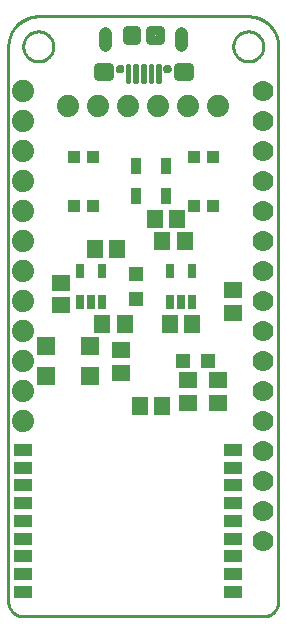
<source format=gts>
G75*
%MOIN*%
%OFA0B0*%
%FSLAX25Y25*%
%IPPOS*%
%LPD*%
%AMOC8*
5,1,8,0,0,1.08239X$1,22.5*
%
%ADD10C,0.01000*%
%ADD11R,0.06246X0.03943*%
%ADD12C,0.07400*%
%ADD13R,0.05282X0.06306*%
%ADD14R,0.02565X0.05124*%
%ADD15R,0.06306X0.05282*%
%ADD16R,0.03550X0.05715*%
%ADD17R,0.05912X0.05912*%
%ADD18R,0.04337X0.03943*%
%ADD19R,0.05124X0.05124*%
%ADD20C,0.04400*%
%ADD21C,0.00950*%
%ADD22C,0.02950*%
%ADD23C,0.03153*%
%ADD24C,0.00000*%
%ADD25C,0.02900*%
%ADD26C,0.07000*%
D10*
X0006800Y0021144D02*
X0086800Y0021144D01*
X0086940Y0021146D01*
X0087080Y0021152D01*
X0087220Y0021162D01*
X0087360Y0021175D01*
X0087499Y0021193D01*
X0087638Y0021215D01*
X0087775Y0021240D01*
X0087913Y0021269D01*
X0088049Y0021302D01*
X0088184Y0021339D01*
X0088318Y0021380D01*
X0088451Y0021425D01*
X0088583Y0021473D01*
X0088713Y0021525D01*
X0088842Y0021580D01*
X0088969Y0021639D01*
X0089095Y0021702D01*
X0089219Y0021768D01*
X0089340Y0021837D01*
X0089460Y0021910D01*
X0089578Y0021987D01*
X0089693Y0022066D01*
X0089807Y0022149D01*
X0089917Y0022235D01*
X0090026Y0022324D01*
X0090132Y0022416D01*
X0090235Y0022511D01*
X0090336Y0022608D01*
X0090433Y0022709D01*
X0090528Y0022812D01*
X0090620Y0022918D01*
X0090709Y0023027D01*
X0090795Y0023137D01*
X0090878Y0023251D01*
X0090957Y0023366D01*
X0091034Y0023484D01*
X0091107Y0023604D01*
X0091176Y0023725D01*
X0091242Y0023849D01*
X0091305Y0023975D01*
X0091364Y0024102D01*
X0091419Y0024231D01*
X0091471Y0024361D01*
X0091519Y0024493D01*
X0091564Y0024626D01*
X0091605Y0024760D01*
X0091642Y0024895D01*
X0091675Y0025031D01*
X0091704Y0025169D01*
X0091729Y0025306D01*
X0091751Y0025445D01*
X0091769Y0025584D01*
X0091782Y0025724D01*
X0091792Y0025864D01*
X0091798Y0026004D01*
X0091800Y0026144D01*
X0091800Y0211144D01*
X0076800Y0211144D02*
X0076802Y0211285D01*
X0076808Y0211426D01*
X0076818Y0211566D01*
X0076832Y0211706D01*
X0076850Y0211846D01*
X0076871Y0211985D01*
X0076897Y0212124D01*
X0076926Y0212262D01*
X0076960Y0212398D01*
X0076997Y0212534D01*
X0077038Y0212669D01*
X0077083Y0212803D01*
X0077132Y0212935D01*
X0077184Y0213066D01*
X0077240Y0213195D01*
X0077300Y0213322D01*
X0077363Y0213448D01*
X0077429Y0213572D01*
X0077500Y0213695D01*
X0077573Y0213815D01*
X0077650Y0213933D01*
X0077730Y0214049D01*
X0077814Y0214162D01*
X0077900Y0214273D01*
X0077990Y0214382D01*
X0078083Y0214488D01*
X0078178Y0214591D01*
X0078277Y0214692D01*
X0078378Y0214790D01*
X0078482Y0214885D01*
X0078589Y0214977D01*
X0078698Y0215066D01*
X0078810Y0215151D01*
X0078924Y0215234D01*
X0079040Y0215314D01*
X0079159Y0215390D01*
X0079280Y0215462D01*
X0079402Y0215532D01*
X0079527Y0215597D01*
X0079653Y0215660D01*
X0079781Y0215718D01*
X0079911Y0215773D01*
X0080042Y0215825D01*
X0080175Y0215872D01*
X0080309Y0215916D01*
X0080444Y0215957D01*
X0080580Y0215993D01*
X0080717Y0216025D01*
X0080855Y0216054D01*
X0080993Y0216079D01*
X0081133Y0216099D01*
X0081273Y0216116D01*
X0081413Y0216129D01*
X0081554Y0216138D01*
X0081694Y0216143D01*
X0081835Y0216144D01*
X0081976Y0216141D01*
X0082117Y0216134D01*
X0082257Y0216123D01*
X0082397Y0216108D01*
X0082537Y0216089D01*
X0082676Y0216067D01*
X0082814Y0216040D01*
X0082952Y0216010D01*
X0083088Y0215975D01*
X0083224Y0215937D01*
X0083358Y0215895D01*
X0083492Y0215849D01*
X0083624Y0215800D01*
X0083754Y0215746D01*
X0083883Y0215689D01*
X0084010Y0215629D01*
X0084136Y0215565D01*
X0084259Y0215497D01*
X0084381Y0215426D01*
X0084501Y0215352D01*
X0084618Y0215274D01*
X0084733Y0215193D01*
X0084846Y0215109D01*
X0084957Y0215022D01*
X0085065Y0214931D01*
X0085170Y0214838D01*
X0085273Y0214741D01*
X0085373Y0214642D01*
X0085470Y0214540D01*
X0085564Y0214435D01*
X0085655Y0214328D01*
X0085743Y0214218D01*
X0085828Y0214106D01*
X0085910Y0213991D01*
X0085989Y0213874D01*
X0086064Y0213755D01*
X0086136Y0213634D01*
X0086204Y0213511D01*
X0086269Y0213386D01*
X0086331Y0213259D01*
X0086388Y0213130D01*
X0086443Y0213000D01*
X0086493Y0212869D01*
X0086540Y0212736D01*
X0086583Y0212602D01*
X0086622Y0212466D01*
X0086657Y0212330D01*
X0086689Y0212193D01*
X0086716Y0212055D01*
X0086740Y0211916D01*
X0086760Y0211776D01*
X0086776Y0211636D01*
X0086788Y0211496D01*
X0086796Y0211355D01*
X0086800Y0211214D01*
X0086800Y0211074D01*
X0086796Y0210933D01*
X0086788Y0210792D01*
X0086776Y0210652D01*
X0086760Y0210512D01*
X0086740Y0210372D01*
X0086716Y0210233D01*
X0086689Y0210095D01*
X0086657Y0209958D01*
X0086622Y0209822D01*
X0086583Y0209686D01*
X0086540Y0209552D01*
X0086493Y0209419D01*
X0086443Y0209288D01*
X0086388Y0209158D01*
X0086331Y0209029D01*
X0086269Y0208902D01*
X0086204Y0208777D01*
X0086136Y0208654D01*
X0086064Y0208533D01*
X0085989Y0208414D01*
X0085910Y0208297D01*
X0085828Y0208182D01*
X0085743Y0208070D01*
X0085655Y0207960D01*
X0085564Y0207853D01*
X0085470Y0207748D01*
X0085373Y0207646D01*
X0085273Y0207547D01*
X0085170Y0207450D01*
X0085065Y0207357D01*
X0084957Y0207266D01*
X0084846Y0207179D01*
X0084733Y0207095D01*
X0084618Y0207014D01*
X0084501Y0206936D01*
X0084381Y0206862D01*
X0084259Y0206791D01*
X0084136Y0206723D01*
X0084010Y0206659D01*
X0083883Y0206599D01*
X0083754Y0206542D01*
X0083624Y0206488D01*
X0083492Y0206439D01*
X0083358Y0206393D01*
X0083224Y0206351D01*
X0083088Y0206313D01*
X0082952Y0206278D01*
X0082814Y0206248D01*
X0082676Y0206221D01*
X0082537Y0206199D01*
X0082397Y0206180D01*
X0082257Y0206165D01*
X0082117Y0206154D01*
X0081976Y0206147D01*
X0081835Y0206144D01*
X0081694Y0206145D01*
X0081554Y0206150D01*
X0081413Y0206159D01*
X0081273Y0206172D01*
X0081133Y0206189D01*
X0080993Y0206209D01*
X0080855Y0206234D01*
X0080717Y0206263D01*
X0080580Y0206295D01*
X0080444Y0206331D01*
X0080309Y0206372D01*
X0080175Y0206416D01*
X0080042Y0206463D01*
X0079911Y0206515D01*
X0079781Y0206570D01*
X0079653Y0206628D01*
X0079527Y0206691D01*
X0079402Y0206756D01*
X0079280Y0206826D01*
X0079159Y0206898D01*
X0079040Y0206974D01*
X0078924Y0207054D01*
X0078810Y0207137D01*
X0078698Y0207222D01*
X0078589Y0207311D01*
X0078482Y0207403D01*
X0078378Y0207498D01*
X0078277Y0207596D01*
X0078178Y0207697D01*
X0078083Y0207800D01*
X0077990Y0207906D01*
X0077900Y0208015D01*
X0077814Y0208126D01*
X0077730Y0208239D01*
X0077650Y0208355D01*
X0077573Y0208473D01*
X0077500Y0208593D01*
X0077429Y0208716D01*
X0077363Y0208840D01*
X0077300Y0208966D01*
X0077240Y0209093D01*
X0077184Y0209222D01*
X0077132Y0209353D01*
X0077083Y0209485D01*
X0077038Y0209619D01*
X0076997Y0209754D01*
X0076960Y0209890D01*
X0076926Y0210026D01*
X0076897Y0210164D01*
X0076871Y0210303D01*
X0076850Y0210442D01*
X0076832Y0210582D01*
X0076818Y0210722D01*
X0076808Y0210862D01*
X0076802Y0211003D01*
X0076800Y0211144D01*
X0081800Y0221144D02*
X0082042Y0221141D01*
X0082283Y0221132D01*
X0082524Y0221118D01*
X0082765Y0221097D01*
X0083005Y0221071D01*
X0083245Y0221039D01*
X0083484Y0221001D01*
X0083721Y0220958D01*
X0083958Y0220908D01*
X0084193Y0220853D01*
X0084427Y0220793D01*
X0084659Y0220726D01*
X0084890Y0220655D01*
X0085119Y0220577D01*
X0085346Y0220494D01*
X0085571Y0220406D01*
X0085794Y0220312D01*
X0086014Y0220213D01*
X0086232Y0220108D01*
X0086447Y0219999D01*
X0086660Y0219884D01*
X0086870Y0219764D01*
X0087076Y0219639D01*
X0087280Y0219509D01*
X0087481Y0219374D01*
X0087678Y0219234D01*
X0087872Y0219090D01*
X0088062Y0218941D01*
X0088248Y0218787D01*
X0088431Y0218629D01*
X0088610Y0218467D01*
X0088785Y0218300D01*
X0088956Y0218129D01*
X0089123Y0217954D01*
X0089285Y0217775D01*
X0089443Y0217592D01*
X0089597Y0217406D01*
X0089746Y0217216D01*
X0089890Y0217022D01*
X0090030Y0216825D01*
X0090165Y0216624D01*
X0090295Y0216420D01*
X0090420Y0216214D01*
X0090540Y0216004D01*
X0090655Y0215791D01*
X0090764Y0215576D01*
X0090869Y0215358D01*
X0090968Y0215138D01*
X0091062Y0214915D01*
X0091150Y0214690D01*
X0091233Y0214463D01*
X0091311Y0214234D01*
X0091382Y0214003D01*
X0091449Y0213771D01*
X0091509Y0213537D01*
X0091564Y0213302D01*
X0091614Y0213065D01*
X0091657Y0212828D01*
X0091695Y0212589D01*
X0091727Y0212349D01*
X0091753Y0212109D01*
X0091774Y0211868D01*
X0091788Y0211627D01*
X0091797Y0211386D01*
X0091800Y0211144D01*
X0081800Y0221144D02*
X0011800Y0221144D01*
X0006800Y0211144D02*
X0006802Y0211285D01*
X0006808Y0211426D01*
X0006818Y0211566D01*
X0006832Y0211706D01*
X0006850Y0211846D01*
X0006871Y0211985D01*
X0006897Y0212124D01*
X0006926Y0212262D01*
X0006960Y0212398D01*
X0006997Y0212534D01*
X0007038Y0212669D01*
X0007083Y0212803D01*
X0007132Y0212935D01*
X0007184Y0213066D01*
X0007240Y0213195D01*
X0007300Y0213322D01*
X0007363Y0213448D01*
X0007429Y0213572D01*
X0007500Y0213695D01*
X0007573Y0213815D01*
X0007650Y0213933D01*
X0007730Y0214049D01*
X0007814Y0214162D01*
X0007900Y0214273D01*
X0007990Y0214382D01*
X0008083Y0214488D01*
X0008178Y0214591D01*
X0008277Y0214692D01*
X0008378Y0214790D01*
X0008482Y0214885D01*
X0008589Y0214977D01*
X0008698Y0215066D01*
X0008810Y0215151D01*
X0008924Y0215234D01*
X0009040Y0215314D01*
X0009159Y0215390D01*
X0009280Y0215462D01*
X0009402Y0215532D01*
X0009527Y0215597D01*
X0009653Y0215660D01*
X0009781Y0215718D01*
X0009911Y0215773D01*
X0010042Y0215825D01*
X0010175Y0215872D01*
X0010309Y0215916D01*
X0010444Y0215957D01*
X0010580Y0215993D01*
X0010717Y0216025D01*
X0010855Y0216054D01*
X0010993Y0216079D01*
X0011133Y0216099D01*
X0011273Y0216116D01*
X0011413Y0216129D01*
X0011554Y0216138D01*
X0011694Y0216143D01*
X0011835Y0216144D01*
X0011976Y0216141D01*
X0012117Y0216134D01*
X0012257Y0216123D01*
X0012397Y0216108D01*
X0012537Y0216089D01*
X0012676Y0216067D01*
X0012814Y0216040D01*
X0012952Y0216010D01*
X0013088Y0215975D01*
X0013224Y0215937D01*
X0013358Y0215895D01*
X0013492Y0215849D01*
X0013624Y0215800D01*
X0013754Y0215746D01*
X0013883Y0215689D01*
X0014010Y0215629D01*
X0014136Y0215565D01*
X0014259Y0215497D01*
X0014381Y0215426D01*
X0014501Y0215352D01*
X0014618Y0215274D01*
X0014733Y0215193D01*
X0014846Y0215109D01*
X0014957Y0215022D01*
X0015065Y0214931D01*
X0015170Y0214838D01*
X0015273Y0214741D01*
X0015373Y0214642D01*
X0015470Y0214540D01*
X0015564Y0214435D01*
X0015655Y0214328D01*
X0015743Y0214218D01*
X0015828Y0214106D01*
X0015910Y0213991D01*
X0015989Y0213874D01*
X0016064Y0213755D01*
X0016136Y0213634D01*
X0016204Y0213511D01*
X0016269Y0213386D01*
X0016331Y0213259D01*
X0016388Y0213130D01*
X0016443Y0213000D01*
X0016493Y0212869D01*
X0016540Y0212736D01*
X0016583Y0212602D01*
X0016622Y0212466D01*
X0016657Y0212330D01*
X0016689Y0212193D01*
X0016716Y0212055D01*
X0016740Y0211916D01*
X0016760Y0211776D01*
X0016776Y0211636D01*
X0016788Y0211496D01*
X0016796Y0211355D01*
X0016800Y0211214D01*
X0016800Y0211074D01*
X0016796Y0210933D01*
X0016788Y0210792D01*
X0016776Y0210652D01*
X0016760Y0210512D01*
X0016740Y0210372D01*
X0016716Y0210233D01*
X0016689Y0210095D01*
X0016657Y0209958D01*
X0016622Y0209822D01*
X0016583Y0209686D01*
X0016540Y0209552D01*
X0016493Y0209419D01*
X0016443Y0209288D01*
X0016388Y0209158D01*
X0016331Y0209029D01*
X0016269Y0208902D01*
X0016204Y0208777D01*
X0016136Y0208654D01*
X0016064Y0208533D01*
X0015989Y0208414D01*
X0015910Y0208297D01*
X0015828Y0208182D01*
X0015743Y0208070D01*
X0015655Y0207960D01*
X0015564Y0207853D01*
X0015470Y0207748D01*
X0015373Y0207646D01*
X0015273Y0207547D01*
X0015170Y0207450D01*
X0015065Y0207357D01*
X0014957Y0207266D01*
X0014846Y0207179D01*
X0014733Y0207095D01*
X0014618Y0207014D01*
X0014501Y0206936D01*
X0014381Y0206862D01*
X0014259Y0206791D01*
X0014136Y0206723D01*
X0014010Y0206659D01*
X0013883Y0206599D01*
X0013754Y0206542D01*
X0013624Y0206488D01*
X0013492Y0206439D01*
X0013358Y0206393D01*
X0013224Y0206351D01*
X0013088Y0206313D01*
X0012952Y0206278D01*
X0012814Y0206248D01*
X0012676Y0206221D01*
X0012537Y0206199D01*
X0012397Y0206180D01*
X0012257Y0206165D01*
X0012117Y0206154D01*
X0011976Y0206147D01*
X0011835Y0206144D01*
X0011694Y0206145D01*
X0011554Y0206150D01*
X0011413Y0206159D01*
X0011273Y0206172D01*
X0011133Y0206189D01*
X0010993Y0206209D01*
X0010855Y0206234D01*
X0010717Y0206263D01*
X0010580Y0206295D01*
X0010444Y0206331D01*
X0010309Y0206372D01*
X0010175Y0206416D01*
X0010042Y0206463D01*
X0009911Y0206515D01*
X0009781Y0206570D01*
X0009653Y0206628D01*
X0009527Y0206691D01*
X0009402Y0206756D01*
X0009280Y0206826D01*
X0009159Y0206898D01*
X0009040Y0206974D01*
X0008924Y0207054D01*
X0008810Y0207137D01*
X0008698Y0207222D01*
X0008589Y0207311D01*
X0008482Y0207403D01*
X0008378Y0207498D01*
X0008277Y0207596D01*
X0008178Y0207697D01*
X0008083Y0207800D01*
X0007990Y0207906D01*
X0007900Y0208015D01*
X0007814Y0208126D01*
X0007730Y0208239D01*
X0007650Y0208355D01*
X0007573Y0208473D01*
X0007500Y0208593D01*
X0007429Y0208716D01*
X0007363Y0208840D01*
X0007300Y0208966D01*
X0007240Y0209093D01*
X0007184Y0209222D01*
X0007132Y0209353D01*
X0007083Y0209485D01*
X0007038Y0209619D01*
X0006997Y0209754D01*
X0006960Y0209890D01*
X0006926Y0210026D01*
X0006897Y0210164D01*
X0006871Y0210303D01*
X0006850Y0210442D01*
X0006832Y0210582D01*
X0006818Y0210722D01*
X0006808Y0210862D01*
X0006802Y0211003D01*
X0006800Y0211144D01*
X0001800Y0211144D02*
X0001803Y0211386D01*
X0001812Y0211627D01*
X0001826Y0211868D01*
X0001847Y0212109D01*
X0001873Y0212349D01*
X0001905Y0212589D01*
X0001943Y0212828D01*
X0001986Y0213065D01*
X0002036Y0213302D01*
X0002091Y0213537D01*
X0002151Y0213771D01*
X0002218Y0214003D01*
X0002289Y0214234D01*
X0002367Y0214463D01*
X0002450Y0214690D01*
X0002538Y0214915D01*
X0002632Y0215138D01*
X0002731Y0215358D01*
X0002836Y0215576D01*
X0002945Y0215791D01*
X0003060Y0216004D01*
X0003180Y0216214D01*
X0003305Y0216420D01*
X0003435Y0216624D01*
X0003570Y0216825D01*
X0003710Y0217022D01*
X0003854Y0217216D01*
X0004003Y0217406D01*
X0004157Y0217592D01*
X0004315Y0217775D01*
X0004477Y0217954D01*
X0004644Y0218129D01*
X0004815Y0218300D01*
X0004990Y0218467D01*
X0005169Y0218629D01*
X0005352Y0218787D01*
X0005538Y0218941D01*
X0005728Y0219090D01*
X0005922Y0219234D01*
X0006119Y0219374D01*
X0006320Y0219509D01*
X0006524Y0219639D01*
X0006730Y0219764D01*
X0006940Y0219884D01*
X0007153Y0219999D01*
X0007368Y0220108D01*
X0007586Y0220213D01*
X0007806Y0220312D01*
X0008029Y0220406D01*
X0008254Y0220494D01*
X0008481Y0220577D01*
X0008710Y0220655D01*
X0008941Y0220726D01*
X0009173Y0220793D01*
X0009407Y0220853D01*
X0009642Y0220908D01*
X0009879Y0220958D01*
X0010116Y0221001D01*
X0010355Y0221039D01*
X0010595Y0221071D01*
X0010835Y0221097D01*
X0011076Y0221118D01*
X0011317Y0221132D01*
X0011558Y0221141D01*
X0011800Y0221144D01*
X0001800Y0211144D02*
X0001800Y0026144D01*
X0001802Y0026004D01*
X0001808Y0025864D01*
X0001818Y0025724D01*
X0001831Y0025584D01*
X0001849Y0025445D01*
X0001871Y0025306D01*
X0001896Y0025169D01*
X0001925Y0025031D01*
X0001958Y0024895D01*
X0001995Y0024760D01*
X0002036Y0024626D01*
X0002081Y0024493D01*
X0002129Y0024361D01*
X0002181Y0024231D01*
X0002236Y0024102D01*
X0002295Y0023975D01*
X0002358Y0023849D01*
X0002424Y0023725D01*
X0002493Y0023604D01*
X0002566Y0023484D01*
X0002643Y0023366D01*
X0002722Y0023251D01*
X0002805Y0023137D01*
X0002891Y0023027D01*
X0002980Y0022918D01*
X0003072Y0022812D01*
X0003167Y0022709D01*
X0003264Y0022608D01*
X0003365Y0022511D01*
X0003468Y0022416D01*
X0003574Y0022324D01*
X0003683Y0022235D01*
X0003793Y0022149D01*
X0003907Y0022066D01*
X0004022Y0021987D01*
X0004140Y0021910D01*
X0004260Y0021837D01*
X0004381Y0021768D01*
X0004505Y0021702D01*
X0004631Y0021639D01*
X0004758Y0021580D01*
X0004887Y0021525D01*
X0005017Y0021473D01*
X0005149Y0021425D01*
X0005282Y0021380D01*
X0005416Y0021339D01*
X0005551Y0021302D01*
X0005687Y0021269D01*
X0005825Y0021240D01*
X0005962Y0021215D01*
X0006101Y0021193D01*
X0006240Y0021175D01*
X0006380Y0021162D01*
X0006520Y0021152D01*
X0006660Y0021146D01*
X0006800Y0021144D01*
D11*
X0006790Y0029353D03*
X0006790Y0035258D03*
X0006790Y0041164D03*
X0006790Y0047069D03*
X0006790Y0052975D03*
X0006790Y0058880D03*
X0006790Y0064786D03*
X0006790Y0070691D03*
X0006790Y0076597D03*
X0076810Y0076597D03*
X0076810Y0070691D03*
X0076810Y0064786D03*
X0076810Y0058880D03*
X0076810Y0052975D03*
X0076810Y0047069D03*
X0076810Y0041164D03*
X0076810Y0035258D03*
X0076810Y0029353D03*
D12*
X0071800Y0191144D03*
X0061800Y0191144D03*
X0051800Y0191144D03*
X0041800Y0191144D03*
X0031800Y0191144D03*
X0021800Y0191144D03*
X0006800Y0186144D03*
X0006800Y0196144D03*
X0006800Y0176144D03*
X0006800Y0166144D03*
X0006800Y0156144D03*
X0006800Y0146144D03*
X0006800Y0136144D03*
X0006800Y0126144D03*
X0006800Y0116144D03*
X0006800Y0106144D03*
X0006800Y0096144D03*
X0006800Y0086144D03*
D13*
X0030560Y0143644D03*
X0038040Y0143644D03*
X0040540Y0118644D03*
X0033060Y0118644D03*
X0045560Y0091144D03*
X0053040Y0091144D03*
X0055560Y0118644D03*
X0063040Y0118644D03*
X0060540Y0146144D03*
X0058040Y0153644D03*
X0053060Y0146144D03*
X0050560Y0153644D03*
D14*
X0055560Y0136263D03*
X0055560Y0126026D03*
X0059300Y0126026D03*
X0063040Y0126026D03*
X0063040Y0136263D03*
X0033040Y0136263D03*
X0033040Y0126026D03*
X0029300Y0126026D03*
X0025560Y0126026D03*
X0025560Y0136263D03*
D15*
X0019300Y0132384D03*
X0019300Y0124904D03*
X0039300Y0109884D03*
X0039300Y0102404D03*
X0061800Y0099884D03*
X0061800Y0092404D03*
X0071800Y0092404D03*
X0071800Y0099884D03*
X0076800Y0122404D03*
X0076800Y0129884D03*
D16*
X0054300Y0161144D03*
X0054300Y0171144D03*
X0044300Y0171144D03*
X0044300Y0161144D03*
D17*
X0029083Y0111144D03*
X0029083Y0101144D03*
X0014517Y0101144D03*
X0014517Y0111144D03*
D18*
X0023650Y0158073D03*
X0029950Y0158073D03*
X0029950Y0174215D03*
X0023650Y0174215D03*
X0063650Y0174215D03*
X0069950Y0174215D03*
X0069950Y0158073D03*
X0063650Y0158073D03*
D19*
X0044300Y0135278D03*
X0044300Y0127010D03*
X0060166Y0106144D03*
X0068434Y0106144D03*
D20*
X0059500Y0211644D02*
X0059500Y0215644D01*
X0034100Y0215644D02*
X0034100Y0211644D01*
D21*
X0041207Y0199403D02*
X0042157Y0199403D01*
X0041207Y0199403D02*
X0041207Y0204853D01*
X0042157Y0204853D01*
X0042157Y0199403D01*
X0042157Y0200352D02*
X0041207Y0200352D01*
X0041207Y0201301D02*
X0042157Y0201301D01*
X0042157Y0202250D02*
X0041207Y0202250D01*
X0041207Y0203199D02*
X0042157Y0203199D01*
X0042157Y0204148D02*
X0041207Y0204148D01*
X0043766Y0199403D02*
X0044716Y0199403D01*
X0043766Y0199403D02*
X0043766Y0204853D01*
X0044716Y0204853D01*
X0044716Y0199403D01*
X0044716Y0200352D02*
X0043766Y0200352D01*
X0043766Y0201301D02*
X0044716Y0201301D01*
X0044716Y0202250D02*
X0043766Y0202250D01*
X0043766Y0203199D02*
X0044716Y0203199D01*
X0044716Y0204148D02*
X0043766Y0204148D01*
X0046325Y0199403D02*
X0047275Y0199403D01*
X0046325Y0199403D02*
X0046325Y0204853D01*
X0047275Y0204853D01*
X0047275Y0199403D01*
X0047275Y0200352D02*
X0046325Y0200352D01*
X0046325Y0201301D02*
X0047275Y0201301D01*
X0047275Y0202250D02*
X0046325Y0202250D01*
X0046325Y0203199D02*
X0047275Y0203199D01*
X0047275Y0204148D02*
X0046325Y0204148D01*
X0048884Y0199403D02*
X0049834Y0199403D01*
X0048884Y0199403D02*
X0048884Y0204853D01*
X0049834Y0204853D01*
X0049834Y0199403D01*
X0049834Y0200352D02*
X0048884Y0200352D01*
X0048884Y0201301D02*
X0049834Y0201301D01*
X0049834Y0202250D02*
X0048884Y0202250D01*
X0048884Y0203199D02*
X0049834Y0203199D01*
X0049834Y0204148D02*
X0048884Y0204148D01*
X0051443Y0199403D02*
X0052393Y0199403D01*
X0051443Y0199403D02*
X0051443Y0204853D01*
X0052393Y0204853D01*
X0052393Y0199403D01*
X0052393Y0200352D02*
X0051443Y0200352D01*
X0051443Y0201301D02*
X0052393Y0201301D01*
X0052393Y0202250D02*
X0051443Y0202250D01*
X0051443Y0203199D02*
X0052393Y0203199D01*
X0052393Y0204148D02*
X0051443Y0204148D01*
D22*
X0058312Y0204300D02*
X0058312Y0201350D01*
X0058312Y0204300D02*
X0062060Y0204300D01*
X0062060Y0201350D01*
X0058312Y0201350D01*
X0058312Y0204299D02*
X0062060Y0204299D01*
X0031540Y0204300D02*
X0031540Y0201350D01*
X0031540Y0204300D02*
X0035288Y0204300D01*
X0035288Y0201350D01*
X0031540Y0201350D01*
X0031540Y0204299D02*
X0035288Y0204299D01*
D23*
X0041286Y0216501D02*
X0044440Y0216501D01*
X0044440Y0213347D01*
X0041286Y0213347D01*
X0041286Y0216501D01*
X0041286Y0216499D02*
X0044440Y0216499D01*
X0049160Y0216501D02*
X0052314Y0216501D01*
X0052314Y0213347D01*
X0049160Y0213347D01*
X0049160Y0216501D01*
X0049160Y0216499D02*
X0052314Y0216499D01*
D24*
X0053424Y0203703D02*
X0053426Y0203773D01*
X0053432Y0203843D01*
X0053442Y0203912D01*
X0053455Y0203981D01*
X0053473Y0204049D01*
X0053494Y0204116D01*
X0053519Y0204181D01*
X0053548Y0204245D01*
X0053580Y0204308D01*
X0053616Y0204368D01*
X0053655Y0204426D01*
X0053697Y0204482D01*
X0053742Y0204536D01*
X0053790Y0204587D01*
X0053841Y0204635D01*
X0053895Y0204680D01*
X0053951Y0204722D01*
X0054009Y0204761D01*
X0054069Y0204797D01*
X0054132Y0204829D01*
X0054196Y0204858D01*
X0054261Y0204883D01*
X0054328Y0204904D01*
X0054396Y0204922D01*
X0054465Y0204935D01*
X0054534Y0204945D01*
X0054604Y0204951D01*
X0054674Y0204953D01*
X0054744Y0204951D01*
X0054814Y0204945D01*
X0054883Y0204935D01*
X0054952Y0204922D01*
X0055020Y0204904D01*
X0055087Y0204883D01*
X0055152Y0204858D01*
X0055216Y0204829D01*
X0055279Y0204797D01*
X0055339Y0204761D01*
X0055397Y0204722D01*
X0055453Y0204680D01*
X0055507Y0204635D01*
X0055558Y0204587D01*
X0055606Y0204536D01*
X0055651Y0204482D01*
X0055693Y0204426D01*
X0055732Y0204368D01*
X0055768Y0204308D01*
X0055800Y0204245D01*
X0055829Y0204181D01*
X0055854Y0204116D01*
X0055875Y0204049D01*
X0055893Y0203981D01*
X0055906Y0203912D01*
X0055916Y0203843D01*
X0055922Y0203773D01*
X0055924Y0203703D01*
X0055922Y0203633D01*
X0055916Y0203563D01*
X0055906Y0203494D01*
X0055893Y0203425D01*
X0055875Y0203357D01*
X0055854Y0203290D01*
X0055829Y0203225D01*
X0055800Y0203161D01*
X0055768Y0203098D01*
X0055732Y0203038D01*
X0055693Y0202980D01*
X0055651Y0202924D01*
X0055606Y0202870D01*
X0055558Y0202819D01*
X0055507Y0202771D01*
X0055453Y0202726D01*
X0055397Y0202684D01*
X0055339Y0202645D01*
X0055279Y0202609D01*
X0055216Y0202577D01*
X0055152Y0202548D01*
X0055087Y0202523D01*
X0055020Y0202502D01*
X0054952Y0202484D01*
X0054883Y0202471D01*
X0054814Y0202461D01*
X0054744Y0202455D01*
X0054674Y0202453D01*
X0054604Y0202455D01*
X0054534Y0202461D01*
X0054465Y0202471D01*
X0054396Y0202484D01*
X0054328Y0202502D01*
X0054261Y0202523D01*
X0054196Y0202548D01*
X0054132Y0202577D01*
X0054069Y0202609D01*
X0054009Y0202645D01*
X0053951Y0202684D01*
X0053895Y0202726D01*
X0053841Y0202771D01*
X0053790Y0202819D01*
X0053742Y0202870D01*
X0053697Y0202924D01*
X0053655Y0202980D01*
X0053616Y0203038D01*
X0053580Y0203098D01*
X0053548Y0203161D01*
X0053519Y0203225D01*
X0053494Y0203290D01*
X0053473Y0203357D01*
X0053455Y0203425D01*
X0053442Y0203494D01*
X0053432Y0203563D01*
X0053426Y0203633D01*
X0053424Y0203703D01*
X0037676Y0203703D02*
X0037678Y0203773D01*
X0037684Y0203843D01*
X0037694Y0203912D01*
X0037707Y0203981D01*
X0037725Y0204049D01*
X0037746Y0204116D01*
X0037771Y0204181D01*
X0037800Y0204245D01*
X0037832Y0204308D01*
X0037868Y0204368D01*
X0037907Y0204426D01*
X0037949Y0204482D01*
X0037994Y0204536D01*
X0038042Y0204587D01*
X0038093Y0204635D01*
X0038147Y0204680D01*
X0038203Y0204722D01*
X0038261Y0204761D01*
X0038321Y0204797D01*
X0038384Y0204829D01*
X0038448Y0204858D01*
X0038513Y0204883D01*
X0038580Y0204904D01*
X0038648Y0204922D01*
X0038717Y0204935D01*
X0038786Y0204945D01*
X0038856Y0204951D01*
X0038926Y0204953D01*
X0038996Y0204951D01*
X0039066Y0204945D01*
X0039135Y0204935D01*
X0039204Y0204922D01*
X0039272Y0204904D01*
X0039339Y0204883D01*
X0039404Y0204858D01*
X0039468Y0204829D01*
X0039531Y0204797D01*
X0039591Y0204761D01*
X0039649Y0204722D01*
X0039705Y0204680D01*
X0039759Y0204635D01*
X0039810Y0204587D01*
X0039858Y0204536D01*
X0039903Y0204482D01*
X0039945Y0204426D01*
X0039984Y0204368D01*
X0040020Y0204308D01*
X0040052Y0204245D01*
X0040081Y0204181D01*
X0040106Y0204116D01*
X0040127Y0204049D01*
X0040145Y0203981D01*
X0040158Y0203912D01*
X0040168Y0203843D01*
X0040174Y0203773D01*
X0040176Y0203703D01*
X0040174Y0203633D01*
X0040168Y0203563D01*
X0040158Y0203494D01*
X0040145Y0203425D01*
X0040127Y0203357D01*
X0040106Y0203290D01*
X0040081Y0203225D01*
X0040052Y0203161D01*
X0040020Y0203098D01*
X0039984Y0203038D01*
X0039945Y0202980D01*
X0039903Y0202924D01*
X0039858Y0202870D01*
X0039810Y0202819D01*
X0039759Y0202771D01*
X0039705Y0202726D01*
X0039649Y0202684D01*
X0039591Y0202645D01*
X0039531Y0202609D01*
X0039468Y0202577D01*
X0039404Y0202548D01*
X0039339Y0202523D01*
X0039272Y0202502D01*
X0039204Y0202484D01*
X0039135Y0202471D01*
X0039066Y0202461D01*
X0038996Y0202455D01*
X0038926Y0202453D01*
X0038856Y0202455D01*
X0038786Y0202461D01*
X0038717Y0202471D01*
X0038648Y0202484D01*
X0038580Y0202502D01*
X0038513Y0202523D01*
X0038448Y0202548D01*
X0038384Y0202577D01*
X0038321Y0202609D01*
X0038261Y0202645D01*
X0038203Y0202684D01*
X0038147Y0202726D01*
X0038093Y0202771D01*
X0038042Y0202819D01*
X0037994Y0202870D01*
X0037949Y0202924D01*
X0037907Y0202980D01*
X0037868Y0203038D01*
X0037832Y0203098D01*
X0037800Y0203161D01*
X0037771Y0203225D01*
X0037746Y0203290D01*
X0037725Y0203357D01*
X0037707Y0203425D01*
X0037694Y0203494D01*
X0037684Y0203563D01*
X0037678Y0203633D01*
X0037676Y0203703D01*
D25*
X0038926Y0203703D03*
X0054674Y0203703D03*
D26*
X0086800Y0196144D03*
X0086800Y0186144D03*
X0086800Y0176144D03*
X0086800Y0166144D03*
X0086800Y0156144D03*
X0086800Y0146144D03*
X0086800Y0136144D03*
X0086800Y0126144D03*
X0086800Y0116144D03*
X0086800Y0106144D03*
X0086800Y0096144D03*
X0086800Y0086144D03*
X0086800Y0076144D03*
X0086800Y0066144D03*
X0086800Y0056144D03*
X0086800Y0046144D03*
M02*

</source>
